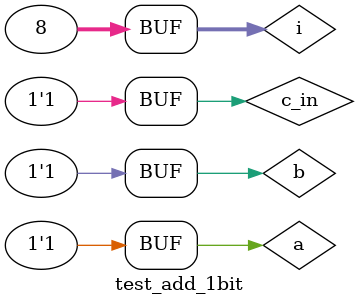
<source format=v>
module test_add_1bit();

reg a,b,c_in;
wire signed sum;
wire c_out;
integer i;

add_1bit Adder(a,b,c_in,sum,c_out);

initial 
    begin
        $dumpfile("add_1bit_test.vcd");
        $dumpvars(0, test_add_1bit);
        {a,b,c_in} = 0;

        $monitor($time, ": a=%b, b=%b, c_in=%b, sum=%b, cout=%b\n", a,b,c_in, sum, c_out);
            for(i = 0; i < 8; i = i + 1) begin
                #5 {a,b,c_in} = i;
            end
    end
endmodule

</source>
